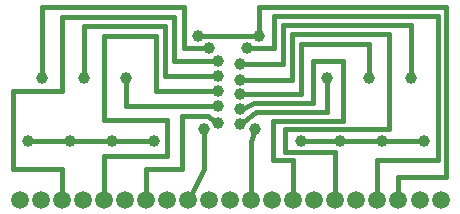
<source format=gbl>
G04 MADE WITH FRITZING*
G04 WWW.FRITZING.ORG*
G04 DOUBLE SIDED*
G04 HOLES PLATED*
G04 CONTOUR ON CENTER OF CONTOUR VECTOR*
%ASAXBY*%
%FSLAX23Y23*%
%MOIN*%
%OFA0B0*%
%SFA1.0B1.0*%
%ADD10C,0.059055*%
%ADD11C,0.039370*%
%ADD12C,0.016000*%
%LNCOPPER0*%
G90*
G70*
G54D10*
X1239Y47D03*
X1099Y47D03*
X1309Y47D03*
X1169Y47D03*
X329Y47D03*
X118Y47D03*
X1450Y47D03*
X48Y47D03*
X1029Y47D03*
X188Y47D03*
X1380Y47D03*
X539Y47D03*
X609Y47D03*
X469Y47D03*
X258Y47D03*
X399Y47D03*
X959Y47D03*
X889Y47D03*
X819Y47D03*
X679Y47D03*
X749Y47D03*
G54D11*
X495Y245D03*
X985Y244D03*
X355Y245D03*
X215Y245D03*
X1115Y244D03*
X1255Y244D03*
X1395Y244D03*
X75Y245D03*
X122Y454D03*
X262Y454D03*
X402Y454D03*
X1350Y454D03*
X1210Y454D03*
X1070Y454D03*
X640Y594D03*
X844Y594D03*
X804Y554D03*
X678Y554D03*
X707Y509D03*
X707Y459D03*
X662Y284D03*
X707Y304D03*
X707Y359D03*
X707Y409D03*
X783Y499D03*
X783Y448D03*
X783Y399D03*
X783Y349D03*
X783Y299D03*
X830Y284D03*
G54D12*
X482Y245D02*
X369Y245D01*
D02*
X342Y245D02*
X229Y245D01*
D02*
X998Y244D02*
X1101Y244D01*
D02*
X1128Y244D02*
X1242Y244D01*
D02*
X1269Y244D02*
X1381Y244D01*
D02*
X202Y245D02*
X88Y245D01*
D02*
X653Y594D02*
X830Y594D01*
D02*
X844Y691D02*
X1469Y691D01*
D02*
X1309Y123D02*
X1309Y67D01*
D02*
X1469Y123D02*
X1309Y123D01*
D02*
X1469Y691D02*
X1469Y123D01*
D02*
X844Y608D02*
X844Y691D01*
D02*
X594Y691D02*
X122Y691D01*
D02*
X594Y554D02*
X594Y691D01*
D02*
X122Y691D02*
X122Y468D01*
D02*
X664Y554D02*
X594Y554D01*
D02*
X562Y658D02*
X187Y658D01*
D02*
X562Y509D02*
X562Y658D01*
D02*
X187Y658D02*
X187Y410D01*
D02*
X188Y149D02*
X188Y67D01*
D02*
X187Y410D02*
X26Y410D01*
D02*
X26Y410D02*
X26Y149D01*
D02*
X26Y149D02*
X188Y149D01*
D02*
X693Y509D02*
X562Y509D01*
D02*
X262Y626D02*
X262Y468D01*
D02*
X531Y626D02*
X262Y626D01*
D02*
X531Y459D02*
X531Y626D01*
D02*
X693Y459D02*
X531Y459D01*
D02*
X329Y193D02*
X329Y67D01*
D02*
X539Y193D02*
X329Y193D01*
D02*
X539Y314D02*
X539Y193D01*
D02*
X329Y314D02*
X539Y314D01*
D02*
X329Y594D02*
X329Y314D01*
D02*
X500Y594D02*
X329Y594D01*
D02*
X500Y409D02*
X500Y594D01*
D02*
X693Y409D02*
X500Y409D01*
D02*
X402Y359D02*
X402Y441D01*
D02*
X693Y359D02*
X402Y359D01*
D02*
X676Y328D02*
X588Y328D01*
D02*
X588Y328D02*
X588Y150D01*
D02*
X588Y150D02*
X469Y150D01*
D02*
X469Y150D02*
X469Y67D01*
D02*
X696Y312D02*
X676Y328D01*
D02*
X662Y150D02*
X618Y65D01*
D02*
X662Y271D02*
X662Y150D01*
D02*
X819Y243D02*
X819Y67D01*
D02*
X827Y271D02*
X819Y243D01*
D02*
X1070Y341D02*
X1070Y441D01*
D02*
X836Y341D02*
X1070Y341D01*
D02*
X793Y307D02*
X836Y341D01*
D02*
X1025Y511D02*
X1124Y511D01*
D02*
X1124Y511D02*
X1124Y312D01*
D02*
X1124Y312D02*
X890Y312D01*
D02*
X890Y312D02*
X890Y179D01*
D02*
X890Y179D02*
X959Y179D01*
D02*
X959Y179D02*
X959Y67D01*
D02*
X1025Y371D02*
X1025Y511D01*
D02*
X829Y371D02*
X1025Y371D01*
D02*
X795Y355D02*
X829Y371D01*
D02*
X986Y399D02*
X986Y568D01*
D02*
X986Y568D02*
X1210Y568D01*
D02*
X1210Y568D02*
X1210Y468D01*
D02*
X797Y399D02*
X986Y399D01*
D02*
X895Y554D02*
X895Y660D01*
D02*
X895Y660D02*
X1440Y660D01*
D02*
X1440Y660D02*
X1440Y180D01*
D02*
X1440Y180D02*
X1239Y180D01*
D02*
X1239Y180D02*
X1239Y67D01*
D02*
X817Y554D02*
X895Y554D01*
D02*
X924Y499D02*
X924Y630D01*
D02*
X924Y630D02*
X1350Y630D01*
D02*
X1350Y630D02*
X1350Y468D01*
D02*
X797Y499D02*
X924Y499D01*
D02*
X1099Y206D02*
X1099Y67D01*
D02*
X930Y206D02*
X1099Y206D01*
D02*
X930Y285D02*
X930Y206D01*
D02*
X1279Y285D02*
X930Y285D01*
D02*
X1279Y600D02*
X1279Y285D01*
D02*
X955Y600D02*
X1279Y600D01*
D02*
X955Y448D02*
X955Y600D01*
D02*
X796Y448D02*
X955Y448D01*
G04 End of Copper0*
M02*
</source>
